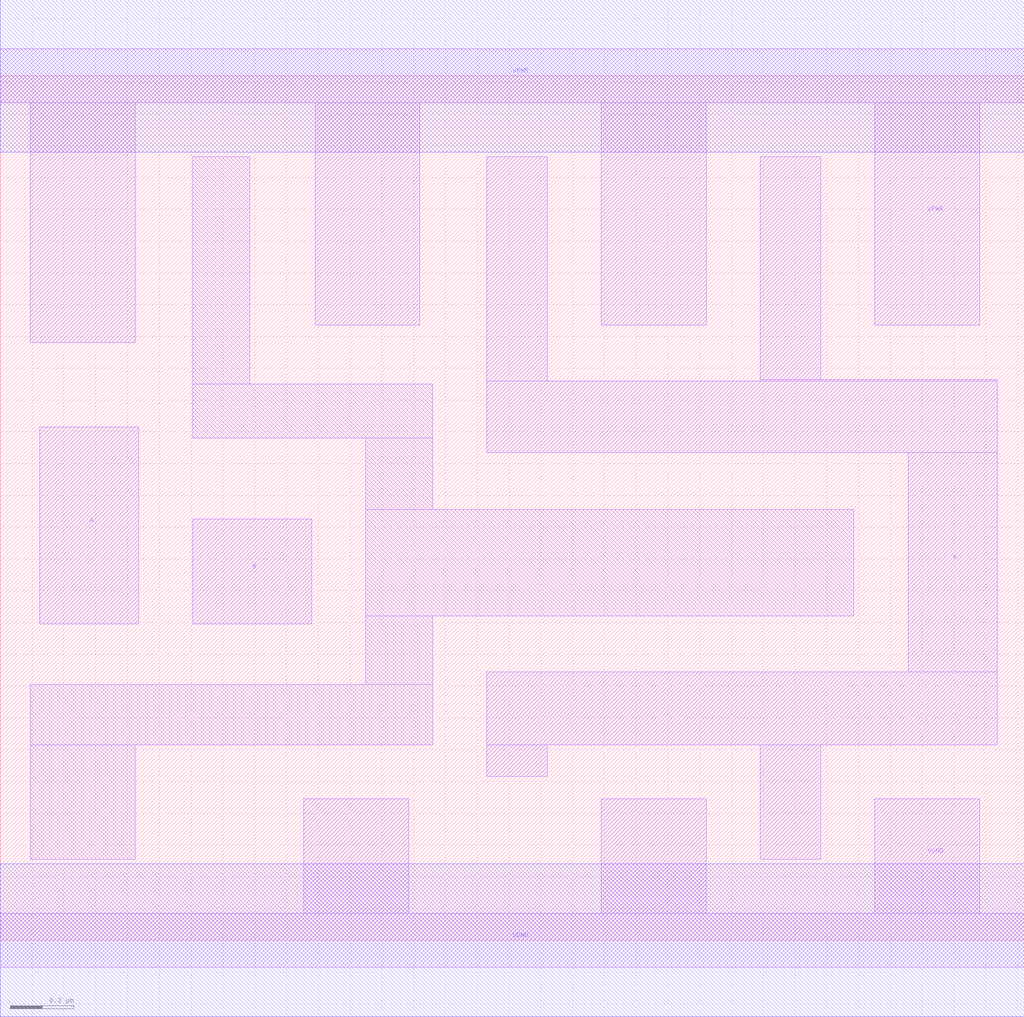
<source format=lef>
# Copyright 2020 The SkyWater PDK Authors
#
# Licensed under the Apache License, Version 2.0 (the "License");
# you may not use this file except in compliance with the License.
# You may obtain a copy of the License at
#
#     https://www.apache.org/licenses/LICENSE-2.0
#
# Unless required by applicable law or agreed to in writing, software
# distributed under the License is distributed on an "AS IS" BASIS,
# WITHOUT WARRANTIES OR CONDITIONS OF ANY KIND, either express or implied.
# See the License for the specific language governing permissions and
# limitations under the License.
#
# SPDX-License-Identifier: Apache-2.0

VERSION 5.5 ;
NAMESCASESENSITIVE ON ;
BUSBITCHARS "[]" ;
DIVIDERCHAR "/" ;
MACRO sky130_fd_sc_hd__and2_4
  CLASS CORE ;
  SOURCE USER ;
  ORIGIN  0.000000  0.000000 ;
  SIZE  3.220000 BY  2.720000 ;
  SYMMETRY X Y R90 ;
  SITE unithd ;
  PIN A
    ANTENNAGATEAREA  0.247500 ;
    DIRECTION INPUT ;
    USE SIGNAL ;
    PORT
      LAYER li1 ;
        RECT 0.125000 0.995000 0.435000 1.615000 ;
    END
  END A
  PIN B
    ANTENNAGATEAREA  0.247500 ;
    DIRECTION INPUT ;
    USE SIGNAL ;
    PORT
      LAYER li1 ;
        RECT 0.605000 0.995000 0.980000 1.325000 ;
    END
  END B
  PIN X
    ANTENNADIFFAREA  0.924000 ;
    DIRECTION OUTPUT ;
    USE SIGNAL ;
    PORT
      LAYER li1 ;
        RECT 1.530000 0.515000 1.720000 0.615000 ;
        RECT 1.530000 0.615000 3.135000 0.845000 ;
        RECT 1.530000 1.535000 3.135000 1.760000 ;
        RECT 1.530000 1.760000 1.720000 2.465000 ;
        RECT 2.390000 0.255000 2.580000 0.615000 ;
        RECT 2.390000 1.760000 3.135000 1.765000 ;
        RECT 2.390000 1.765000 2.580000 2.465000 ;
        RECT 2.855000 0.845000 3.135000 1.535000 ;
    END
  END X
  PIN VGND
    DIRECTION INOUT ;
    SHAPE ABUTMENT ;
    USE GROUND ;
    PORT
      LAYER li1 ;
        RECT 0.000000 -0.085000 3.220000 0.085000 ;
        RECT 0.955000  0.085000 1.285000 0.445000 ;
        RECT 1.890000  0.085000 2.220000 0.445000 ;
        RECT 2.750000  0.085000 3.080000 0.445000 ;
    END
    PORT
      LAYER met1 ;
        RECT 0.000000 -0.240000 3.220000 0.240000 ;
    END
  END VGND
  PIN VNB
    DIRECTION INOUT ;
    USE GROUND ;
    PORT
    END
  END VNB
  PIN VPB
    DIRECTION INOUT ;
    USE POWER ;
    PORT
    END
  END VPB
  PIN VPWR
    DIRECTION INOUT ;
    SHAPE ABUTMENT ;
    USE POWER ;
    PORT
      LAYER li1 ;
        RECT 0.000000 2.635000 3.220000 2.805000 ;
        RECT 0.095000 1.880000 0.425000 2.635000 ;
        RECT 0.990000 1.935000 1.320000 2.635000 ;
        RECT 1.890000 1.935000 2.220000 2.635000 ;
        RECT 2.750000 1.935000 3.080000 2.635000 ;
    END
    PORT
      LAYER met1 ;
        RECT 0.000000 2.480000 3.220000 2.960000 ;
    END
  END VPWR
  OBS
    LAYER li1 ;
      RECT 0.095000 0.255000 0.425000 0.615000 ;
      RECT 0.095000 0.615000 1.360000 0.805000 ;
      RECT 0.605000 1.580000 1.360000 1.750000 ;
      RECT 0.605000 1.750000 0.785000 2.465000 ;
      RECT 1.150000 0.805000 1.360000 1.020000 ;
      RECT 1.150000 1.020000 2.685000 1.355000 ;
      RECT 1.150000 1.355000 1.360000 1.580000 ;
  END
END sky130_fd_sc_hd__and2_4
END LIBRARY

</source>
